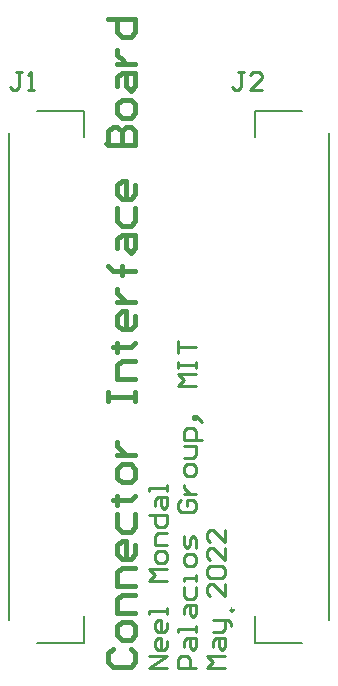
<source format=gto>
G04*
G04 #@! TF.GenerationSoftware,Altium Limited,Altium Designer,22.3.1 (43)*
G04*
G04 Layer_Color=65535*
%FSLAX25Y25*%
%MOIN*%
G70*
G04*
G04 #@! TF.SameCoordinates,21BFAABA-1E65-46C2-AEEB-196FA7B9FE0E*
G04*
G04*
G04 #@! TF.FilePolarity,Positive*
G04*
G01*
G75*
%ADD10C,0.00984*%
%ADD11C,0.00787*%
%ADD12C,0.01000*%
%ADD13C,0.01500*%
D10*
X190971Y197856D02*
G03*
X190971Y197856I-492J0D01*
G01*
X232713Y42344D02*
G03*
X232713Y42344I-492J0D01*
G01*
D11*
X167152Y31321D02*
X182801D01*
Y199923D02*
Y208880D01*
Y31321D02*
Y40277D01*
X167152Y208880D02*
X182801D01*
X157998Y38899D02*
Y201301D01*
X239898Y208880D02*
X255548D01*
X239898Y31321D02*
Y40277D01*
Y199923D02*
Y208880D01*
Y31321D02*
X255548D01*
X264702Y38899D02*
Y201301D01*
D12*
X220301Y23000D02*
X214303D01*
Y25999D01*
X215302Y26999D01*
X217302D01*
X218301Y25999D01*
Y23000D01*
X216302Y29998D02*
Y31997D01*
X217302Y32997D01*
X220301D01*
Y29998D01*
X219301Y28998D01*
X218301Y29998D01*
Y32997D01*
X220301Y34996D02*
Y36996D01*
Y35996D01*
X214303D01*
Y34996D01*
X216302Y40994D02*
Y42994D01*
X217302Y43993D01*
X220301D01*
Y40994D01*
X219301Y39994D01*
X218301Y40994D01*
Y43993D01*
X216302Y49991D02*
Y46992D01*
X217302Y45993D01*
X219301D01*
X220301Y46992D01*
Y49991D01*
Y51991D02*
Y53990D01*
Y52990D01*
X216302D01*
Y51991D01*
X220301Y57989D02*
Y59988D01*
X219301Y60988D01*
X217302D01*
X216302Y59988D01*
Y57989D01*
X217302Y56989D01*
X219301D01*
X220301Y57989D01*
Y62987D02*
Y65986D01*
X219301Y66986D01*
X218301Y65986D01*
Y63987D01*
X217302Y62987D01*
X216302Y63987D01*
Y66986D01*
X215302Y78982D02*
X214303Y77982D01*
Y75983D01*
X215302Y74983D01*
X219301D01*
X220301Y75983D01*
Y77982D01*
X219301Y78982D01*
X217302D01*
Y76982D01*
X216302Y80981D02*
X220301D01*
X218301D01*
X217302Y81981D01*
X216302Y82981D01*
Y83980D01*
X220301Y87979D02*
Y89978D01*
X219301Y90978D01*
X217302D01*
X216302Y89978D01*
Y87979D01*
X217302Y86979D01*
X219301D01*
X220301Y87979D01*
X216302Y92977D02*
X219301D01*
X220301Y93977D01*
Y96976D01*
X216302D01*
X222300Y98975D02*
X216302D01*
Y101974D01*
X217302Y102974D01*
X219301D01*
X220301Y101974D01*
Y98975D01*
X221300Y105973D02*
X220301Y106973D01*
X219301D01*
Y105973D01*
X220301D01*
Y106973D01*
X221300Y105973D01*
X222300Y104973D01*
X220301Y116970D02*
X214303D01*
X216302Y118969D01*
X214303Y120968D01*
X220301D01*
X214303Y122968D02*
Y124967D01*
Y123967D01*
X220301D01*
Y122968D01*
Y124967D01*
X214303Y127966D02*
Y131965D01*
Y129965D01*
X220301D01*
X210600Y23000D02*
X204602D01*
X210600Y26999D01*
X204602D01*
X210600Y31997D02*
Y29998D01*
X209600Y28998D01*
X207601D01*
X206601Y29998D01*
Y31997D01*
X207601Y32997D01*
X208601D01*
Y28998D01*
X210600Y37995D02*
Y35996D01*
X209600Y34996D01*
X207601D01*
X206601Y35996D01*
Y37995D01*
X207601Y38995D01*
X208601D01*
Y34996D01*
X210600Y40994D02*
Y42994D01*
Y41994D01*
X204602D01*
Y40994D01*
X210600Y51991D02*
X204602D01*
X206601Y53990D01*
X204602Y55989D01*
X210600D01*
Y58988D02*
Y60988D01*
X209600Y61987D01*
X207601D01*
X206601Y60988D01*
Y58988D01*
X207601Y57989D01*
X209600D01*
X210600Y58988D01*
Y63987D02*
X206601D01*
Y66986D01*
X207601Y67985D01*
X210600D01*
X204602Y73984D02*
X210600D01*
Y70985D01*
X209600Y69985D01*
X207601D01*
X206601Y70985D01*
Y73984D01*
Y76982D02*
Y78982D01*
X207601Y79982D01*
X210600D01*
Y76982D01*
X209600Y75983D01*
X208601Y76982D01*
Y79982D01*
X210600Y81981D02*
Y83980D01*
Y82981D01*
X204602D01*
Y81981D01*
X229901Y23000D02*
X223903D01*
X225902Y24999D01*
X223903Y26999D01*
X229901D01*
X225902Y29998D02*
Y31997D01*
X226902Y32997D01*
X229901D01*
Y29998D01*
X228901Y28998D01*
X227901Y29998D01*
Y32997D01*
X225902Y34996D02*
X228901D01*
X229901Y35996D01*
Y38995D01*
X230900D01*
X231900Y37995D01*
Y36996D01*
X229901Y38995D02*
X225902D01*
X229901Y50991D02*
Y46992D01*
X225902Y50991D01*
X224902D01*
X223903Y49991D01*
Y47992D01*
X224902Y46992D01*
Y52990D02*
X223903Y53990D01*
Y55989D01*
X224902Y56989D01*
X228901D01*
X229901Y55989D01*
Y53990D01*
X228901Y52990D01*
X224902D01*
X229901Y62987D02*
Y58988D01*
X225902Y62987D01*
X224902D01*
X223903Y61987D01*
Y59988D01*
X224902Y58988D01*
X229901Y68985D02*
Y64986D01*
X225902Y68985D01*
X224902D01*
X223903Y67985D01*
Y65986D01*
X224902Y64986D01*
X236199Y221782D02*
X234199D01*
X235199D01*
Y216784D01*
X234199Y215784D01*
X233200D01*
X232200Y216784D01*
X242197Y215784D02*
X238198D01*
X242197Y219783D01*
Y220783D01*
X241197Y221782D01*
X239198D01*
X238198Y220783D01*
X162199Y221798D02*
X160199D01*
X161199D01*
Y216800D01*
X160199Y215800D01*
X159200D01*
X158200Y216800D01*
X164198Y215800D02*
X166197D01*
X165198D01*
Y221798D01*
X164198Y220798D01*
D13*
X192502Y29498D02*
X191003Y27999D01*
Y24999D01*
X192502Y23500D01*
X198501D01*
X200000Y24999D01*
Y27999D01*
X198501Y29498D01*
X200000Y33997D02*
Y36996D01*
X198501Y38495D01*
X195501D01*
X194002Y36996D01*
Y33997D01*
X195501Y32497D01*
X198501D01*
X200000Y33997D01*
Y41494D02*
X194002D01*
Y45993D01*
X195501Y47492D01*
X200000D01*
Y50491D02*
X194002D01*
Y54990D01*
X195501Y56489D01*
X200000D01*
Y63987D02*
Y60988D01*
X198501Y59488D01*
X195501D01*
X194002Y60988D01*
Y63987D01*
X195501Y65486D01*
X197001D01*
Y59488D01*
X194002Y74484D02*
Y69985D01*
X195501Y68485D01*
X198501D01*
X200000Y69985D01*
Y74484D01*
X192502Y78982D02*
X194002D01*
Y77483D01*
Y80482D01*
Y78982D01*
X198501D01*
X200000Y80482D01*
Y86480D02*
Y89479D01*
X198501Y90978D01*
X195501D01*
X194002Y89479D01*
Y86480D01*
X195501Y84980D01*
X198501D01*
X200000Y86480D01*
X194002Y93977D02*
X200000D01*
X197001D01*
X195501Y95477D01*
X194002Y96976D01*
Y98476D01*
X191003Y111971D02*
Y114970D01*
Y113471D01*
X200000D01*
Y111971D01*
Y114970D01*
Y119469D02*
X194002D01*
Y123968D01*
X195501Y125467D01*
X200000D01*
X192502Y129966D02*
X194002D01*
Y128466D01*
Y131465D01*
Y129966D01*
X198501D01*
X200000Y131465D01*
Y140462D02*
Y137463D01*
X198501Y135964D01*
X195501D01*
X194002Y137463D01*
Y140462D01*
X195501Y141962D01*
X197001D01*
Y135964D01*
X194002Y144961D02*
X200000D01*
X197001D01*
X195501Y146460D01*
X194002Y147960D01*
Y149459D01*
X200000Y155457D02*
X192502D01*
X195501D01*
Y153958D01*
Y156957D01*
Y155457D01*
X192502D01*
X191003Y156957D01*
X194002Y162955D02*
Y165954D01*
X195501Y167454D01*
X200000D01*
Y162955D01*
X198501Y161455D01*
X197001Y162955D01*
Y167454D01*
X194002Y176451D02*
Y171952D01*
X195501Y170452D01*
X198501D01*
X200000Y171952D01*
Y176451D01*
Y183948D02*
Y180949D01*
X198501Y179450D01*
X195501D01*
X194002Y180949D01*
Y183948D01*
X195501Y185448D01*
X197001D01*
Y179450D01*
X191003Y197444D02*
X200000D01*
Y201942D01*
X198501Y203442D01*
X197001D01*
X195501Y201942D01*
Y197444D01*
Y201942D01*
X194002Y203442D01*
X192502D01*
X191003Y201942D01*
Y197444D01*
X200000Y207940D02*
Y210939D01*
X198501Y212439D01*
X195501D01*
X194002Y210939D01*
Y207940D01*
X195501Y206441D01*
X198501D01*
X200000Y207940D01*
X194002Y216937D02*
Y219936D01*
X195501Y221436D01*
X200000D01*
Y216937D01*
X198501Y215438D01*
X197001Y216937D01*
Y221436D01*
X194002Y224435D02*
X200000D01*
X197001D01*
X195501Y225935D01*
X194002Y227434D01*
Y228934D01*
X191003Y239430D02*
X200000D01*
Y234932D01*
X198501Y233432D01*
X195501D01*
X194002Y234932D01*
Y239430D01*
M02*

</source>
